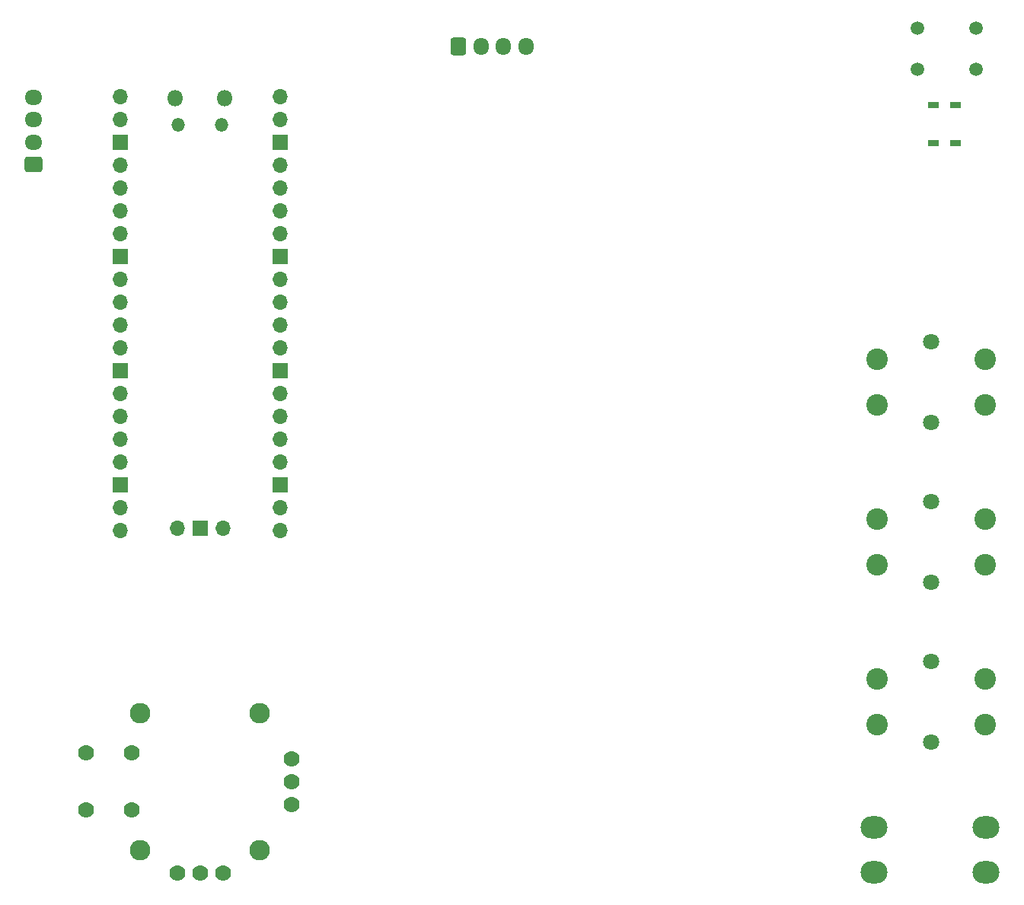
<source format=gbr>
%TF.GenerationSoftware,KiCad,Pcbnew,9.0.0*%
%TF.CreationDate,2025-04-09T20:53:35+02:00*%
%TF.ProjectId,schema,73636865-6d61-42e6-9b69-6361645f7063,rev?*%
%TF.SameCoordinates,Original*%
%TF.FileFunction,Soldermask,Bot*%
%TF.FilePolarity,Negative*%
%FSLAX46Y46*%
G04 Gerber Fmt 4.6, Leading zero omitted, Abs format (unit mm)*
G04 Created by KiCad (PCBNEW 9.0.0) date 2025-04-09 20:53:35*
%MOMM*%
%LPD*%
G01*
G04 APERTURE LIST*
G04 Aperture macros list*
%AMRoundRect*
0 Rectangle with rounded corners*
0 $1 Rounding radius*
0 $2 $3 $4 $5 $6 $7 $8 $9 X,Y pos of 4 corners*
0 Add a 4 corners polygon primitive as box body*
4,1,4,$2,$3,$4,$5,$6,$7,$8,$9,$2,$3,0*
0 Add four circle primitives for the rounded corners*
1,1,$1+$1,$2,$3*
1,1,$1+$1,$4,$5*
1,1,$1+$1,$6,$7*
1,1,$1+$1,$8,$9*
0 Add four rect primitives between the rounded corners*
20,1,$1+$1,$2,$3,$4,$5,0*
20,1,$1+$1,$4,$5,$6,$7,0*
20,1,$1+$1,$6,$7,$8,$9,0*
20,1,$1+$1,$8,$9,$2,$3,0*%
G04 Aperture macros list end*
%ADD10C,1.508000*%
%ADD11O,1.800000X1.800000*%
%ADD12O,1.500000X1.500000*%
%ADD13O,1.700000X1.700000*%
%ADD14R,1.700000X1.700000*%
%ADD15O,3.000000X2.500000*%
%ADD16C,1.800000*%
%ADD17C,2.400000*%
%ADD18RoundRect,0.250000X0.725000X-0.600000X0.725000X0.600000X-0.725000X0.600000X-0.725000X-0.600000X0*%
%ADD19O,1.950000X1.700000*%
%ADD20RoundRect,0.250000X-0.600000X-0.725000X0.600000X-0.725000X0.600000X0.725000X-0.600000X0.725000X0*%
%ADD21O,1.700000X1.950000*%
%ADD22C,1.778000*%
%ADD23C,2.286000*%
%ADD24R,1.200000X0.800000*%
G04 APERTURE END LIST*
D10*
%TO.C,REF\u002A\u002A*%
X224588000Y-54646000D03*
X224588000Y-59146000D03*
X231088000Y-54646000D03*
X231088000Y-59146000D03*
%TD*%
D11*
%TO.C,REF\u002A\u002A*%
X142055000Y-62360000D03*
D12*
X142355000Y-65390000D03*
X147205000Y-65390000D03*
D11*
X147505000Y-62360000D03*
D13*
X135890000Y-62230000D03*
X135890000Y-64770000D03*
D14*
X135890000Y-67310000D03*
D13*
X135890000Y-69850000D03*
X135890000Y-72390000D03*
X135890000Y-74930000D03*
X135890000Y-77470000D03*
D14*
X135890000Y-80010000D03*
D13*
X135890000Y-82550000D03*
X135890000Y-85090000D03*
X135890000Y-87630000D03*
X135890000Y-90170000D03*
D14*
X135890000Y-92710000D03*
D13*
X135890000Y-95250000D03*
X135890000Y-97790000D03*
X135890000Y-100330000D03*
X135890000Y-102870000D03*
D14*
X135890000Y-105410000D03*
D13*
X135890000Y-107950000D03*
X135890000Y-110490000D03*
X153670000Y-110490000D03*
X153670000Y-107950000D03*
D14*
X153670000Y-105410000D03*
D13*
X153670000Y-102870000D03*
X153670000Y-100330000D03*
X153670000Y-97790000D03*
X153670000Y-95250000D03*
D14*
X153670000Y-92710000D03*
D13*
X153670000Y-90170000D03*
X153670000Y-87630000D03*
X153670000Y-85090000D03*
X153670000Y-82550000D03*
D14*
X153670000Y-80010000D03*
D13*
X153670000Y-77470000D03*
X153670000Y-74930000D03*
X153670000Y-72390000D03*
X153670000Y-69850000D03*
D14*
X153670000Y-67310000D03*
D13*
X153670000Y-64770000D03*
X153670000Y-62230000D03*
X142240000Y-110260000D03*
D14*
X144780000Y-110260000D03*
D13*
X147320000Y-110260000D03*
%TD*%
D15*
%TO.C,REF\u002A\u002A*%
X219710000Y-143500000D03*
X232210000Y-143500000D03*
X219710000Y-148500000D03*
X232210000Y-148500000D03*
%TD*%
D16*
%TO.C,REF\u002A\u002A*%
X226060000Y-89480000D03*
X226060000Y-98480000D03*
D17*
X232060000Y-96480000D03*
X220060000Y-96480000D03*
X232060000Y-91480000D03*
X220060000Y-91480000D03*
%TD*%
D18*
%TO.C,REF\u002A\u002A*%
X126230500Y-69790000D03*
D19*
X126230500Y-67290000D03*
X126230500Y-64790000D03*
X126230500Y-62290000D03*
%TD*%
D20*
%TO.C,REF\u002A\u002A*%
X173542000Y-56634500D03*
D21*
X176042000Y-56634500D03*
X178542000Y-56634500D03*
X181042000Y-56634500D03*
%TD*%
D16*
%TO.C,REF\u002A\u002A*%
X226060000Y-107260000D03*
X226060000Y-116260000D03*
D17*
X232060000Y-114260000D03*
X220060000Y-114260000D03*
X232060000Y-109260000D03*
X220060000Y-109260000D03*
%TD*%
D16*
%TO.C,REF\u002A\u002A*%
X226060000Y-125040000D03*
X226060000Y-134040000D03*
D17*
X232060000Y-132040000D03*
X220060000Y-132040000D03*
X232060000Y-127040000D03*
X220060000Y-127040000D03*
%TD*%
D22*
%TO.C,REF\u002A\u002A*%
X132080000Y-141605000D03*
X132080000Y-135255000D03*
X137160000Y-141605000D03*
X137160000Y-135255000D03*
X154940000Y-140970000D03*
X154940000Y-138430000D03*
X154940000Y-135890000D03*
D23*
X138112500Y-146050000D03*
X151447500Y-146050000D03*
X151447500Y-130810000D03*
X138112500Y-130810000D03*
D22*
X142240000Y-148590000D03*
X144780000Y-148590000D03*
X147320000Y-148590000D03*
%TD*%
D24*
%TO.C,REF\u002A\u002A*%
X228784000Y-63128000D03*
X226384000Y-63128000D03*
X228784000Y-67428000D03*
X226384000Y-67428000D03*
%TD*%
M02*

</source>
